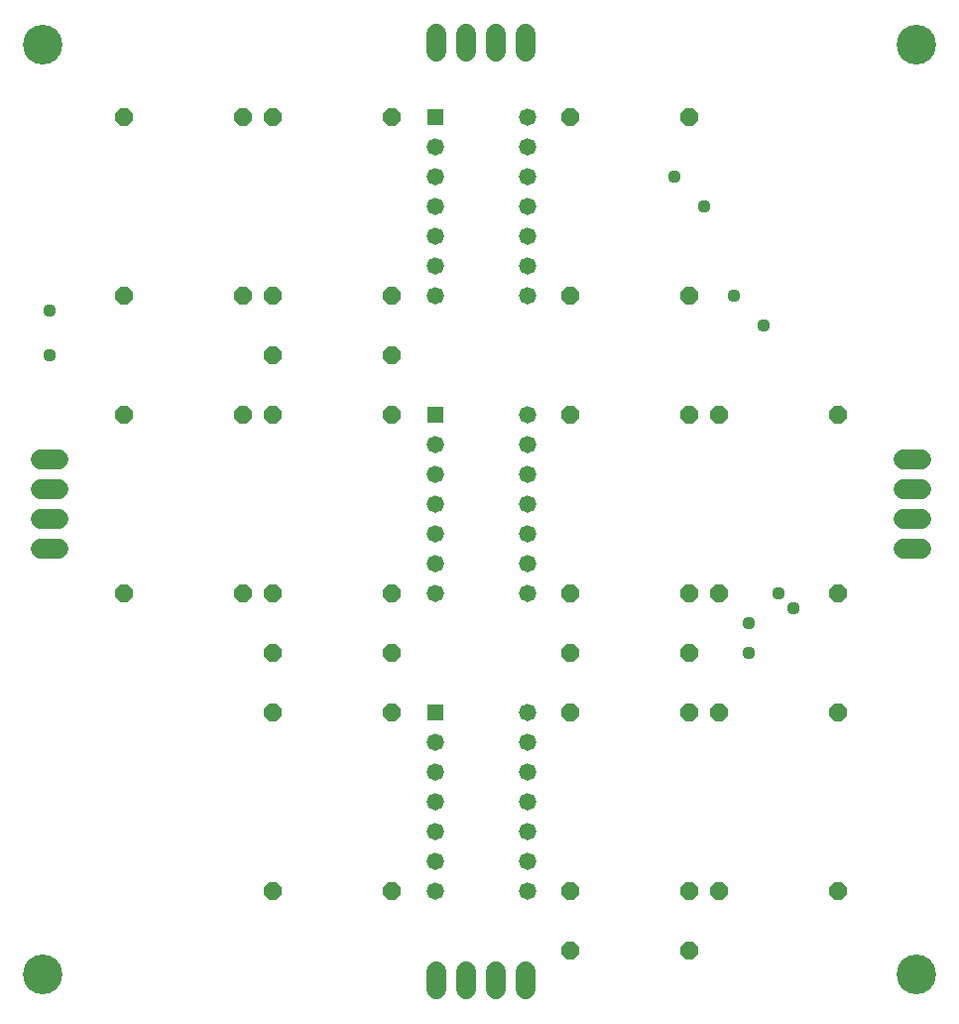
<source format=gbr>
G04 EAGLE Gerber RS-274X export*
G75*
%MOMM*%
%FSLAX34Y34*%
%LPD*%
%INSoldermask Top*%
%IPPOS*%
%AMOC8*
5,1,8,0,0,1.08239X$1,22.5*%
G01*
%ADD10C,3.378200*%
%ADD11R,1.470200X1.470200*%
%ADD12C,1.470200*%
%ADD13P,1.649562X8X202.500000*%
%ADD14P,1.649562X8X22.500000*%
%ADD15C,1.727200*%
%ADD16C,1.117600*%


D10*
X63500Y63500D03*
X809625Y63500D03*
X63500Y857250D03*
X809625Y857250D03*
D11*
X398460Y795020D03*
D12*
X398460Y769620D03*
X398460Y744220D03*
X398460Y718820D03*
X398460Y693420D03*
X398460Y668020D03*
X398460Y642620D03*
X477840Y642620D03*
X477840Y668020D03*
X477840Y693420D03*
X477840Y718820D03*
X477840Y744220D03*
X477840Y769620D03*
X477840Y795020D03*
D11*
X398460Y541020D03*
D12*
X398460Y515620D03*
X398460Y490220D03*
X398460Y464820D03*
X398460Y439420D03*
X398460Y414020D03*
X398460Y388620D03*
X477840Y388620D03*
X477840Y414020D03*
X477840Y439420D03*
X477840Y464820D03*
X477840Y490220D03*
X477840Y515620D03*
X477840Y541020D03*
D11*
X398460Y287020D03*
D12*
X398460Y261620D03*
X398460Y236220D03*
X398460Y210820D03*
X398460Y185420D03*
X398460Y160020D03*
X398460Y134620D03*
X477840Y134620D03*
X477840Y160020D03*
X477840Y185420D03*
X477840Y210820D03*
X477840Y236220D03*
X477840Y261620D03*
X477840Y287020D03*
D13*
X234950Y388620D03*
X133350Y388620D03*
D14*
X260350Y388620D03*
X361950Y388620D03*
D13*
X361950Y337820D03*
X260350Y337820D03*
D14*
X260350Y287020D03*
X361950Y287020D03*
D13*
X234950Y541020D03*
X133350Y541020D03*
X361950Y541020D03*
X260350Y541020D03*
X742950Y388620D03*
X641350Y388620D03*
D14*
X514350Y388620D03*
X615950Y388620D03*
X514350Y337820D03*
X615950Y337820D03*
D13*
X615950Y642620D03*
X514350Y642620D03*
D14*
X641350Y541020D03*
X742950Y541020D03*
X514350Y541020D03*
X615950Y541020D03*
D13*
X742950Y134620D03*
X641350Y134620D03*
D14*
X514350Y134620D03*
X615950Y134620D03*
X514350Y83820D03*
X615950Y83820D03*
D13*
X361950Y134620D03*
X260350Y134620D03*
D14*
X641350Y287020D03*
X742950Y287020D03*
X514350Y287020D03*
X615950Y287020D03*
D13*
X234950Y642620D03*
X133350Y642620D03*
D14*
X260350Y642620D03*
X361950Y642620D03*
D13*
X361950Y591820D03*
X260350Y591820D03*
X615950Y795020D03*
X514350Y795020D03*
X234950Y795020D03*
X133350Y795020D03*
X361950Y795020D03*
X260350Y795020D03*
D15*
X77470Y502920D02*
X62230Y502920D01*
X62230Y477520D02*
X77470Y477520D01*
X77470Y452120D02*
X62230Y452120D01*
X62230Y426720D02*
X77470Y426720D01*
X798830Y426720D02*
X814070Y426720D01*
X814070Y452120D02*
X798830Y452120D01*
X798830Y477520D02*
X814070Y477520D01*
X814070Y502920D02*
X798830Y502920D01*
X476250Y850900D02*
X476250Y866140D01*
X450850Y866140D02*
X450850Y850900D01*
X425450Y850900D02*
X425450Y866140D01*
X400050Y866140D02*
X400050Y850900D01*
X400050Y66040D02*
X400050Y50800D01*
X425450Y50800D02*
X425450Y66040D01*
X450850Y66040D02*
X450850Y50800D01*
X476250Y50800D02*
X476250Y66040D01*
D16*
X603250Y744220D03*
X628650Y718820D03*
X654050Y642620D03*
X679450Y617220D03*
X666750Y363220D03*
X692150Y388620D03*
X666750Y337820D03*
X704850Y375920D03*
X69850Y629920D03*
X69850Y591820D03*
M02*

</source>
